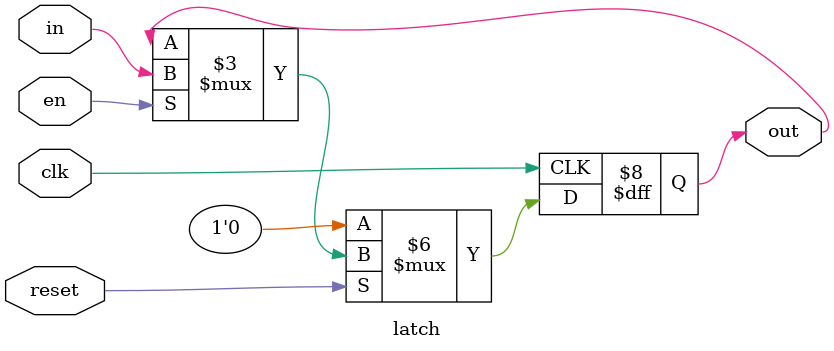
<source format=v>

module io (
	output [7:0]outpad,
	output [7:0]inpad,
	inout [7:0]io_ext,
	input [7:0]config_in
);

assign io_ext[0] = config_in[0]?1'bz:outpad[0];
assign io_ext[1] = config_in[1]?1'bz:outpad[1];
assign io_ext[2] = config_in[2]?1'bz:outpad[2];
assign io_ext[3] = config_in[3]?1'bz:outpad[3];
assign io_ext[4] = config_in[4]?1'bz:outpad[4];
assign io_ext[5] = config_in[5]?1'bz:outpad[5];
assign io_ext[6] = config_in[6]?1'bz:outpad[6];
assign io_ext[7] = config_in[7]?1'bz:outpad[7];

assign inpad[0] = config_in[0]?io_ext[0]:1'bz;
assign inpad[1] = config_in[1]?io_ext[1]:1'bz;
assign inpad[2] = config_in[2]?io_ext[2]:1'bz;
assign inpad[3] = config_in[3]?io_ext[3]:1'bz;
assign inpad[4] = config_in[4]?io_ext[4]:1'bz;
assign inpad[5] = config_in[5]?io_ext[5]:1'bz;
assign inpad[6] = config_in[6]?io_ext[6]:1'bz;
assign inpad[7] = config_in[7]?io_ext[7]:1'bz;

endmodule

/////////////////////////////////////////////////////
///////////////////// lut6 /////////////////////////
/////////////////////////////////////////////////////
module lut6 ( input [63:0]config_in, input [5:0]in, output reg out );

always @ (*) begin: MUX
	case(in)
		6'd0: out = config_in[0];
		6'd1: out = config_in[1];
		6'd2: out = config_in[2];
		6'd3: out = config_in[3];
		6'd4: out = config_in[4];
		6'd5: out = config_in[5];
		6'd6: out = config_in[6];
		6'd7: out = config_in[7];
		6'd8: out = config_in[8];
		6'd9: out = config_in[9];
		6'd10: out = config_in[10];
		6'd11: out = config_in[11];
		6'd12: out = config_in[12];
		6'd13: out = config_in[13];
		6'd14: out = config_in[14];
		6'd15: out = config_in[15];
		6'd16: out = config_in[16];
		6'd17: out = config_in[17];
		6'd18: out = config_in[18];
		6'd19: out = config_in[19];
		6'd20: out = config_in[20];
		6'd21: out = config_in[21];
		6'd22: out = config_in[22];
		6'd23: out = config_in[23];
		6'd24: out = config_in[24];
		6'd25: out = config_in[25];
		6'd26: out = config_in[26];
		6'd27: out = config_in[27];
		6'd28: out = config_in[28];
		6'd29: out = config_in[29];
		6'd30: out = config_in[30];
		6'd31: out = config_in[31];
		6'd32: out = config_in[32];
		6'd33: out = config_in[33];
		6'd34: out = config_in[34];
		6'd35: out = config_in[35];
		6'd36: out = config_in[36];
		6'd37: out = config_in[37];
		6'd38: out = config_in[38];
		6'd39: out = config_in[39];
		6'd40: out = config_in[40];
		6'd41: out = config_in[41];
		6'd42: out = config_in[42];
		6'd43: out = config_in[43];
		6'd44: out = config_in[44];
		6'd45: out = config_in[45];
		6'd46: out = config_in[46];
		6'd47: out = config_in[47];
		6'd48: out = config_in[48];
		6'd49: out = config_in[49];
		6'd50: out = config_in[50];
		6'd51: out = config_in[51];
		6'd52: out = config_in[52];
		6'd53: out = config_in[53];
		6'd54: out = config_in[54];
		6'd55: out = config_in[55];
		6'd56: out = config_in[56];
		6'd57: out = config_in[57];
		6'd58: out = config_in[58];
		6'd59: out = config_in[59];
		6'd60: out = config_in[60];
		6'd61: out = config_in[61];
		6'd62: out = config_in[62];
		6'd63: out = config_in[63];
	endcase
end

endmodule

/////////////////////////////////////////////////////
///////////////////// ff /////////////////////////
/////////////////////////////////////////////////////
module ff ( input D, input clk, output reg Q );

always @ (posedge clk) begin
	Q <= D;
end

endmodule

/////////////////////////////////////////////////////
///////////////////// ble6 /////////////////////////
/////////////////////////////////////////////////////
module ble6 (
	input [5:0]in,
	input [0:0]clk,
	output [0:0]out,
	input [64:0]config_in
);

////////child (0,0,0)////////
wire [5:0]in_lut6_0;//input to child
wire [0:0]out_lut6_0;//output from child
 
////////child (0,1,0)////////
wire [0:0]D_ff_0;//input to child
wire [0:0]clk_ff_0;//clock to child
wire [0:0]Q_ff_0;//output from child
 
assign in_lut6_0[0] = in[0];
assign in_lut6_0[1] = in[1];
assign in_lut6_0[2] = in[2];
assign in_lut6_0[3] = in[3];
assign in_lut6_0[4] = in[4];
assign in_lut6_0[5] = in[5];
 
lut6 lut6_0 ( .in(in_lut6_0), .out(out_lut6_0), .config_in(config_in[63:0]) ); //block instantiation

assign D_ff_0[0] = out[0];
assign clk_ff_0[0] = clk[0];
 
ff ff_0 ( .clk(clk_ff_0), .D(D_ff_0), .Q(Q_ff_0) );

//child output to block output
mux2 mux_64 ( .in({Q_ff_0[0], out_lut6_0[0]}), .config_in(config_in[64:64]), .out(out[0]) );

endmodule


/////////////////////////////////////////////////////
///////////////////// fle /////////////////////////
/////////////////////////////////////////////////////
module fle (
	input [5:0]in,
	input [0:0]clk,
	output [0:0]out,
	input [64:0]config_in
);

////////child (0,0,0)////////
wire [5:0]in_ble6_0;//input to child
wire [0:0]clk_ble6_0;//clock to child
wire [0:0]out_ble6_0;//output from child
 
assign in_ble6_0[0] = in[0];
assign in_ble6_0[1] = in[1];
assign in_ble6_0[2] = in[2];
assign in_ble6_0[3] = in[3];
assign in_ble6_0[4] = in[4];
assign in_ble6_0[5] = in[5];
assign clk_ble6_0[0] = clk[0];
 
ble6 ble6_0 ( .clk(clk_ble6_0), .in(in_ble6_0), .out(out_ble6_0), .config_in(config_in[64:0]) ); //block instantiation

//child output to block output
assign out[0] = out_ble6_0[0];

endmodule


/////////////////////////////////////////////////////
///////////////////// clb /////////////////////////
/////////////////////////////////////////////////////
module clb (
	input [11:0]I,
	input [0:0]clk,
	output [1:0]O,
	input [177:0]config_in
);

////////child (0,0,0)////////
wire [5:0]in_fle_0;//input to child
wire [0:0]clk_fle_0;//clock to child
wire [0:0]out_fle_0;//output from child
 
////////child (0,0,1)////////
wire [5:0]in_fle_1;//input to child
wire [0:0]clk_fle_1;//clock to child
wire [0:0]out_fle_1;//output from child
 
mux14 mux_0 ( .in({I[0], I[1], I[2], I[3], I[4], I[5], I[6], I[7], I[8], I[9], I[10], I[11], out_fle_0[0], out_fle_1[0]}), .config_in(config_in[3:0]), .out(in_fle_0[0]) );
mux14 mux_4 ( .in({I[0], I[1], I[2], I[3], I[4], I[5], I[6], I[7], I[8], I[9], I[10], I[11], out_fle_0[0], out_fle_1[0]}), .config_in(config_in[7:4]), .out(in_fle_0[1]) );
mux14 mux_8 ( .in({I[0], I[1], I[2], I[3], I[4], I[5], I[6], I[7], I[8], I[9], I[10], I[11], out_fle_0[0], out_fle_1[0]}), .config_in(config_in[11:8]), .out(in_fle_0[2]) );
mux14 mux_12 ( .in({I[0], I[1], I[2], I[3], I[4], I[5], I[6], I[7], I[8], I[9], I[10], I[11], out_fle_0[0], out_fle_1[0]}), .config_in(config_in[15:12]), .out(in_fle_0[3]) );
mux14 mux_16 ( .in({I[0], I[1], I[2], I[3], I[4], I[5], I[6], I[7], I[8], I[9], I[10], I[11], out_fle_0[0], out_fle_1[0]}), .config_in(config_in[19:16]), .out(in_fle_0[4]) );
mux14 mux_20 ( .in({I[0], I[1], I[2], I[3], I[4], I[5], I[6], I[7], I[8], I[9], I[10], I[11], out_fle_0[0], out_fle_1[0]}), .config_in(config_in[23:20]), .out(in_fle_0[5]) );
assign clk_fle_0[0] = clk[0];
 
fle fle_0 ( .clk(clk_fle_0), .in(in_fle_0), .out(out_fle_0), .config_in(config_in[88:24]) ); //block instantiation

mux14 mux_89 ( .in({I[0], I[1], I[2], I[3], I[4], I[5], I[6], I[7], I[8], I[9], I[10], I[11], out_fle_0[0], out_fle_1[0]}), .config_in(config_in[92:89]), .out(in_fle_1[0]) );
mux14 mux_93 ( .in({I[0], I[1], I[2], I[3], I[4], I[5], I[6], I[7], I[8], I[9], I[10], I[11], out_fle_0[0], out_fle_1[0]}), .config_in(config_in[96:93]), .out(in_fle_1[1]) );
mux14 mux_97 ( .in({I[0], I[1], I[2], I[3], I[4], I[5], I[6], I[7], I[8], I[9], I[10], I[11], out_fle_0[0], out_fle_1[0]}), .config_in(config_in[100:97]), .out(in_fle_1[2]) );
mux14 mux_101 ( .in({I[0], I[1], I[2], I[3], I[4], I[5], I[6], I[7], I[8], I[9], I[10], I[11], out_fle_0[0], out_fle_1[0]}), .config_in(config_in[104:101]), .out(in_fle_1[3]) );
mux14 mux_105 ( .in({I[0], I[1], I[2], I[3], I[4], I[5], I[6], I[7], I[8], I[9], I[10], I[11], out_fle_0[0], out_fle_1[0]}), .config_in(config_in[108:105]), .out(in_fle_1[4]) );
mux14 mux_109 ( .in({I[0], I[1], I[2], I[3], I[4], I[5], I[6], I[7], I[8], I[9], I[10], I[11], out_fle_0[0], out_fle_1[0]}), .config_in(config_in[112:109]), .out(in_fle_1[5]) );
assign clk_fle_1[0] = clk[0];
 
fle fle_1 ( .clk(clk_fle_1), .in(in_fle_1), .out(out_fle_1), .config_in(config_in[177:113]) ); //block instantiation

//child output to block output
assign O[0] = out_fle_0[0];
assign O[1] = out_fle_1[0];

endmodule


/////////////////////////////////////////////////////
///////////////////// latch /////////////////////////
/////////////////////////////////////////////////////
module latch ( input clk, input reset, input en, input in, output reg out );

always @ (posedge clk) begin
	if(!reset) begin
		out<=0;
	end
	else if (en) begin
		out<=in;
	end
end

endmodule

</source>
